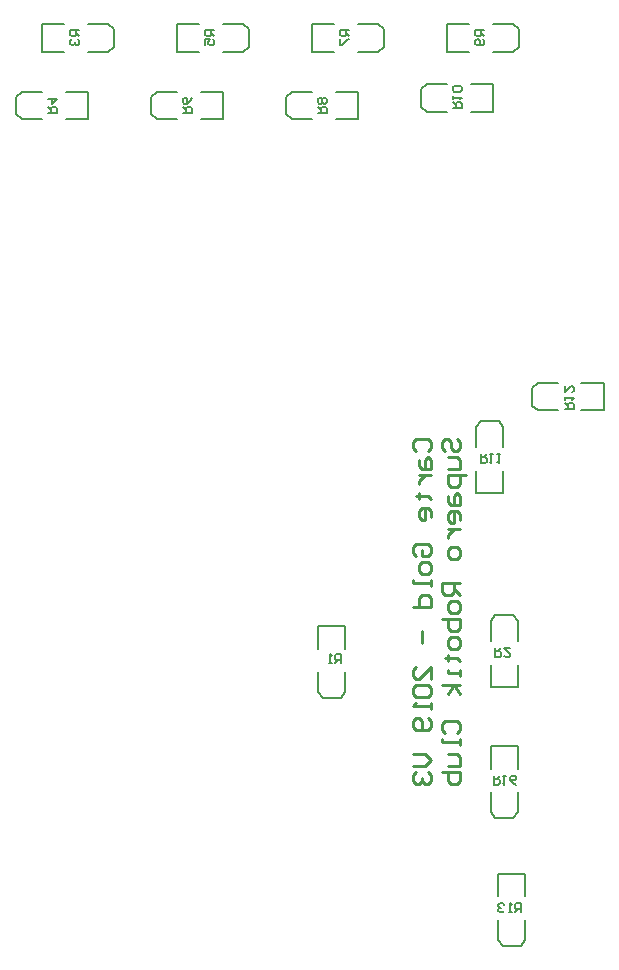
<source format=gbo>
G04 Layer_Color=32896*
%FSLAX25Y25*%
%MOIN*%
G70*
G01*
G75*
%ADD34C,0.00787*%
%ADD35C,0.01000*%
%ADD36C,0.00500*%
D34*
X207087Y197244D02*
Y204724D01*
X216142Y197244D02*
Y204724D01*
X207087Y197244D02*
X216142D01*
X208661Y221260D02*
X214567D01*
X207087Y212598D02*
Y219291D01*
X214567Y221260D02*
X216142Y219291D01*
X207087D02*
X208661Y221260D01*
X216142Y212598D02*
Y219291D01*
X242126Y224803D02*
X249606D01*
X242126Y233858D02*
X249606D01*
Y224803D02*
Y233858D01*
X225590Y226378D02*
Y232283D01*
X227559Y224803D02*
X234252D01*
X225590Y232283D02*
X227559Y233858D01*
X225590Y226378D02*
X227559Y224803D01*
X227559Y233858D02*
X234252D01*
X211910Y132520D02*
Y140000D01*
X220965Y132520D02*
Y140000D01*
X211910Y132520D02*
X220965D01*
X213484Y156535D02*
X219390D01*
X211910Y147874D02*
Y154567D01*
X219390Y156535D02*
X220965Y154567D01*
X211910D02*
X213484Y156535D01*
X220965Y147874D02*
Y154567D01*
X223465Y62874D02*
Y70354D01*
X214409Y62874D02*
Y70354D01*
X223465D01*
X215984Y46339D02*
X221890D01*
X223465Y48307D02*
Y55000D01*
X214409Y48307D02*
X215984Y46339D01*
X221890D02*
X223465Y48307D01*
X214409Y48307D02*
Y55000D01*
X205217Y324410D02*
X212697D01*
X205217Y333465D02*
X212697D01*
Y324410D02*
Y333465D01*
X188681Y325984D02*
Y331890D01*
X190650Y324410D02*
X197343D01*
X188681Y331890D02*
X190650Y333465D01*
X188681Y325984D02*
X190650Y324410D01*
X190650Y333465D02*
X197343D01*
X197362Y353465D02*
X204842D01*
X197362Y344409D02*
X204842D01*
X197362D02*
Y353465D01*
X221378Y345984D02*
Y351890D01*
X212717Y353465D02*
X219409D01*
Y344409D02*
X221378Y345984D01*
X219409Y353465D02*
X221378Y351890D01*
X212717Y344409D02*
X219409D01*
X160216Y321909D02*
X167697D01*
X160216Y330965D02*
X167697D01*
Y321909D02*
Y330965D01*
X143681Y323484D02*
Y329390D01*
X145650Y321909D02*
X152342D01*
X143681Y329390D02*
X145650Y330965D01*
X143681Y323484D02*
X145650Y321909D01*
X145650Y330965D02*
X152342D01*
X152362Y353465D02*
X159843D01*
X152362Y344409D02*
X159843D01*
X152362D02*
Y353465D01*
X176378Y345984D02*
Y351890D01*
X167717Y353465D02*
X174409D01*
Y344409D02*
X176378Y345984D01*
X174409Y353465D02*
X176378Y351890D01*
X167717Y344409D02*
X174409D01*
X115217Y321909D02*
X122697D01*
X115217Y330965D02*
X122697D01*
Y321909D02*
Y330965D01*
X98681Y323484D02*
Y329390D01*
X100650Y321909D02*
X107343D01*
X98681Y329390D02*
X100650Y330965D01*
X98681Y323484D02*
X100650Y321909D01*
X100650Y330965D02*
X107343D01*
X107362Y353465D02*
X114842D01*
X107362Y344409D02*
X114842D01*
X107362D02*
Y353465D01*
X131378Y345984D02*
Y351890D01*
X122716Y353465D02*
X129410D01*
Y344409D02*
X131378Y345984D01*
X129410Y353465D02*
X131378Y351890D01*
X122716Y344409D02*
X129409D01*
X70217Y321909D02*
X77697D01*
X70217Y330965D02*
X77697D01*
Y321909D02*
Y330965D01*
X53681Y323484D02*
Y329390D01*
X55650Y321909D02*
X62343D01*
X53681Y329390D02*
X55650Y330965D01*
X53681Y323484D02*
X55650Y321909D01*
X55650Y330965D02*
X62343D01*
X62362Y353465D02*
X69842D01*
X62362Y344409D02*
X69842D01*
X62362D02*
Y353465D01*
X86378Y345984D02*
Y351890D01*
X77716Y353465D02*
X84409D01*
Y344409D02*
X86378Y345984D01*
X84409Y353465D02*
X86378Y351890D01*
X77716Y344409D02*
X84409D01*
X163465Y145374D02*
Y152854D01*
X154409Y145374D02*
Y152854D01*
X163465D01*
X155984Y128839D02*
X161890D01*
X163465Y130807D02*
Y137500D01*
X154409Y130807D02*
X155984Y128839D01*
X161890D02*
X163465Y130807D01*
X154409Y130807D02*
Y137500D01*
X220965Y105374D02*
Y112854D01*
X211910Y105374D02*
Y112854D01*
X220965D01*
X213484Y88839D02*
X219390D01*
X220965Y90807D02*
Y97500D01*
X211910Y90807D02*
X213484Y88839D01*
X219390D02*
X220965Y90807D01*
X211910Y90807D02*
Y97500D01*
D35*
X187129Y211320D02*
X186129Y212320D01*
Y214319D01*
X187129Y215319D01*
X191128D01*
X192127Y214319D01*
Y212320D01*
X191128Y211320D01*
X188129Y208321D02*
Y206322D01*
X189128Y205322D01*
X192127D01*
Y208321D01*
X191128Y209321D01*
X190128Y208321D01*
Y205322D01*
X188129Y203323D02*
X192127D01*
X190128D01*
X189128Y202323D01*
X188129Y201323D01*
Y200324D01*
X187129Y196325D02*
X188129D01*
Y197325D01*
Y195325D01*
Y196325D01*
X191128D01*
X192127Y195325D01*
Y189327D02*
Y191327D01*
X191128Y192326D01*
X189128D01*
X188129Y191327D01*
Y189327D01*
X189128Y188328D01*
X190128D01*
Y192326D01*
X187129Y176331D02*
X186129Y177331D01*
Y179331D01*
X187129Y180330D01*
X191128D01*
X192127Y179331D01*
Y177331D01*
X191128Y176331D01*
X189128D01*
Y178331D01*
X192127Y173333D02*
Y171333D01*
X191128Y170333D01*
X189128D01*
X188129Y171333D01*
Y173333D01*
X189128Y174332D01*
X191128D01*
X192127Y173333D01*
Y168334D02*
Y166335D01*
Y167334D01*
X186129D01*
Y168334D01*
Y159337D02*
X192127D01*
Y162336D01*
X191128Y163336D01*
X189128D01*
X188129Y162336D01*
Y159337D01*
X189128Y151340D02*
Y147341D01*
X192127Y135345D02*
Y139344D01*
X188129Y135345D01*
X187129D01*
X186129Y136344D01*
Y138344D01*
X187129Y139344D01*
Y133345D02*
X186129Y132346D01*
Y130346D01*
X187129Y129347D01*
X191128D01*
X192127Y130346D01*
Y132346D01*
X191128Y133345D01*
X187129D01*
X192127Y127347D02*
Y125348D01*
Y126348D01*
X186129D01*
X187129Y127347D01*
X191128Y122349D02*
X192127Y121349D01*
Y119350D01*
X191128Y118350D01*
X187129D01*
X186129Y119350D01*
Y121349D01*
X187129Y122349D01*
X188129D01*
X189128Y121349D01*
Y118350D01*
X186129Y110353D02*
X190128D01*
X192127Y108353D01*
X190128Y106354D01*
X186129D01*
X187129Y104355D02*
X186129Y103355D01*
Y101356D01*
X187129Y100356D01*
X188129D01*
X189128Y101356D01*
Y102355D01*
Y101356D01*
X190128Y100356D01*
X191128D01*
X192127Y101356D01*
Y103355D01*
X191128Y104355D01*
X196727Y211320D02*
X195727Y212320D01*
Y214319D01*
X196727Y215319D01*
X197726D01*
X198726Y214319D01*
Y212320D01*
X199726Y211320D01*
X200725D01*
X201725Y212320D01*
Y214319D01*
X200725Y215319D01*
X197726Y209321D02*
X200725D01*
X201725Y208321D01*
Y205322D01*
X197726D01*
X203724Y203323D02*
X197726D01*
Y200324D01*
X198726Y199324D01*
X200725D01*
X201725Y200324D01*
Y203323D01*
X197726Y196325D02*
Y194326D01*
X198726Y193326D01*
X201725D01*
Y196325D01*
X200725Y197325D01*
X199726Y196325D01*
Y193326D01*
X201725Y188328D02*
Y190327D01*
X200725Y191327D01*
X198726D01*
X197726Y190327D01*
Y188328D01*
X198726Y187328D01*
X199726D01*
Y191327D01*
X197726Y185329D02*
X201725D01*
X199726D01*
X198726Y184329D01*
X197726Y183329D01*
Y182329D01*
X201725Y178331D02*
Y176331D01*
X200725Y175332D01*
X198726D01*
X197726Y176331D01*
Y178331D01*
X198726Y179331D01*
X200725D01*
X201725Y178331D01*
Y167334D02*
X195727D01*
Y164335D01*
X196727Y163336D01*
X198726D01*
X199726Y164335D01*
Y167334D01*
Y165335D02*
X201725Y163336D01*
Y160337D02*
Y158337D01*
X200725Y157338D01*
X198726D01*
X197726Y158337D01*
Y160337D01*
X198726Y161336D01*
X200725D01*
X201725Y160337D01*
X195727Y155338D02*
X201725D01*
Y152339D01*
X200725Y151340D01*
X199726D01*
X198726D01*
X197726Y152339D01*
Y155338D01*
X201725Y148340D02*
Y146341D01*
X200725Y145342D01*
X198726D01*
X197726Y146341D01*
Y148340D01*
X198726Y149340D01*
X200725D01*
X201725Y148340D01*
X196727Y142342D02*
X197726D01*
Y143342D01*
Y141343D01*
Y142342D01*
X200725D01*
X201725Y141343D01*
Y138344D02*
Y136344D01*
Y137344D01*
X197726D01*
Y138344D01*
X201725Y133345D02*
X195727D01*
X199726D02*
X197726Y130346D01*
X199726Y133345D02*
X201725Y130346D01*
X196727Y117351D02*
X195727Y118350D01*
Y120350D01*
X196727Y121349D01*
X200725D01*
X201725Y120350D01*
Y118350D01*
X200725Y117351D01*
X201725Y115351D02*
Y113352D01*
Y114351D01*
X195727D01*
Y115351D01*
X197726Y110353D02*
X200725D01*
X201725Y109353D01*
Y106354D01*
X197726D01*
X195727Y104355D02*
X201725D01*
Y101356D01*
X200725Y100356D01*
X199726D01*
X198726D01*
X197726Y101356D01*
Y104355D01*
D36*
X161937Y140437D02*
Y143436D01*
X160438D01*
X159938Y142936D01*
Y141937D01*
X160438Y141437D01*
X161937D01*
X160937D02*
X159938Y140437D01*
X158938D02*
X157938D01*
X158438D01*
Y143436D01*
X158938Y142936D01*
X213437Y145437D02*
Y142438D01*
X214936D01*
X215436Y142938D01*
Y143938D01*
X214936Y144437D01*
X213437D01*
X214437D02*
X215436Y145437D01*
X218435D02*
X216436D01*
X218435Y143438D01*
Y142938D01*
X217936Y142438D01*
X216936D01*
X216436Y142938D01*
X74779Y351437D02*
X71781D01*
Y349938D01*
X72280Y349438D01*
X73280D01*
X73780Y349938D01*
Y351437D01*
Y350437D02*
X74779Y349438D01*
X72280Y348438D02*
X71781Y347938D01*
Y346938D01*
X72280Y346439D01*
X72780D01*
X73280Y346938D01*
Y347438D01*
Y346938D01*
X73780Y346439D01*
X74280D01*
X74779Y346938D01*
Y347938D01*
X74280Y348438D01*
X64280Y323937D02*
X67279D01*
Y325436D01*
X66779Y325936D01*
X65779D01*
X65279Y325436D01*
Y323937D01*
Y324937D02*
X64280Y325936D01*
Y328436D02*
X67279D01*
X65779Y326936D01*
Y328935D01*
X119780Y351437D02*
X116780D01*
Y349938D01*
X117280Y349438D01*
X118280D01*
X118780Y349938D01*
Y351437D01*
Y350437D02*
X119780Y349438D01*
X116780Y346439D02*
Y348438D01*
X118280D01*
X117780Y347438D01*
Y346938D01*
X118280Y346439D01*
X119280D01*
X119780Y346938D01*
Y347938D01*
X119280Y348438D01*
X109280Y323937D02*
X112279D01*
Y325436D01*
X111779Y325936D01*
X110779D01*
X110279Y325436D01*
Y323937D01*
Y324937D02*
X109280Y325936D01*
X112279Y328935D02*
X111779Y327936D01*
X110779Y326936D01*
X109779D01*
X109280Y327436D01*
Y328436D01*
X109779Y328935D01*
X110279D01*
X110779Y328436D01*
Y326936D01*
X164779Y351437D02*
X161781D01*
Y349938D01*
X162280Y349438D01*
X163280D01*
X163780Y349938D01*
Y351437D01*
Y350437D02*
X164779Y349438D01*
X161781Y348438D02*
Y346439D01*
X162280D01*
X164280Y348438D01*
X164779D01*
X154279Y323937D02*
X157279D01*
Y325436D01*
X156779Y325936D01*
X155779D01*
X155279Y325436D01*
Y323937D01*
Y324937D02*
X154279Y325936D01*
X156779Y326936D02*
X157279Y327436D01*
Y328436D01*
X156779Y328935D01*
X156279D01*
X155779Y328436D01*
X155279Y328935D01*
X154779D01*
X154279Y328436D01*
Y327436D01*
X154779Y326936D01*
X155279D01*
X155779Y327436D01*
X156279Y326936D01*
X156779D01*
X155779Y327436D02*
Y328436D01*
X209780Y351437D02*
X206781D01*
Y349938D01*
X207280Y349438D01*
X208280D01*
X208780Y349938D01*
Y351437D01*
Y350437D02*
X209780Y349438D01*
X209280Y348438D02*
X209780Y347938D01*
Y346938D01*
X209280Y346439D01*
X207280D01*
X206781Y346938D01*
Y347938D01*
X207280Y348438D01*
X207780D01*
X208280Y347938D01*
Y346439D01*
X199279Y325437D02*
X202279D01*
Y326937D01*
X201779Y327436D01*
X200779D01*
X200279Y326937D01*
Y325437D01*
Y326437D02*
X199279Y327436D01*
Y328436D02*
Y329436D01*
Y328936D01*
X202279D01*
X201779Y328436D01*
Y330935D02*
X202279Y331435D01*
Y332435D01*
X201779Y332935D01*
X199779D01*
X199279Y332435D01*
Y331435D01*
X199779Y330935D01*
X201779D01*
X208614Y210161D02*
Y207162D01*
X210114D01*
X210613Y207662D01*
Y208662D01*
X210114Y209162D01*
X208614D01*
X209614D02*
X210613Y210161D01*
X211613D02*
X212613D01*
X212113D01*
Y207162D01*
X211613Y207662D01*
X214112Y210161D02*
X215112D01*
X214612D01*
Y207162D01*
X214112Y207662D01*
X236689Y225331D02*
X239688D01*
Y226830D01*
X239188Y227330D01*
X238189D01*
X237689Y226830D01*
Y225331D01*
Y226330D02*
X236689Y227330D01*
Y228330D02*
Y229329D01*
Y228830D01*
X239688D01*
X239188Y228330D01*
X236689Y232828D02*
Y230829D01*
X238688Y232828D01*
X239188D01*
X239688Y232329D01*
Y231329D01*
X239188Y230829D01*
X221937Y57437D02*
Y60436D01*
X220438D01*
X219938Y59936D01*
Y58937D01*
X220438Y58437D01*
X221937D01*
X220937D02*
X219938Y57437D01*
X218938D02*
X217938D01*
X218438D01*
Y60436D01*
X218938Y59936D01*
X216439D02*
X215939Y60436D01*
X214939D01*
X214439Y59936D01*
Y59436D01*
X214939Y58937D01*
X215439D01*
X214939D01*
X214439Y58437D01*
Y57937D01*
X214939Y57437D01*
X215939D01*
X216439Y57937D01*
X212937Y102937D02*
Y99938D01*
X214437D01*
X214936Y100438D01*
Y101437D01*
X214437Y101937D01*
X212937D01*
X213937D02*
X214936Y102937D01*
X215936D02*
X216936D01*
X216436D01*
Y99938D01*
X215936Y100438D01*
X220435Y99938D02*
X219435Y100438D01*
X218435Y101437D01*
Y102437D01*
X218935Y102937D01*
X219935D01*
X220435Y102437D01*
Y101937D01*
X219935Y101437D01*
X218435D01*
M02*

</source>
